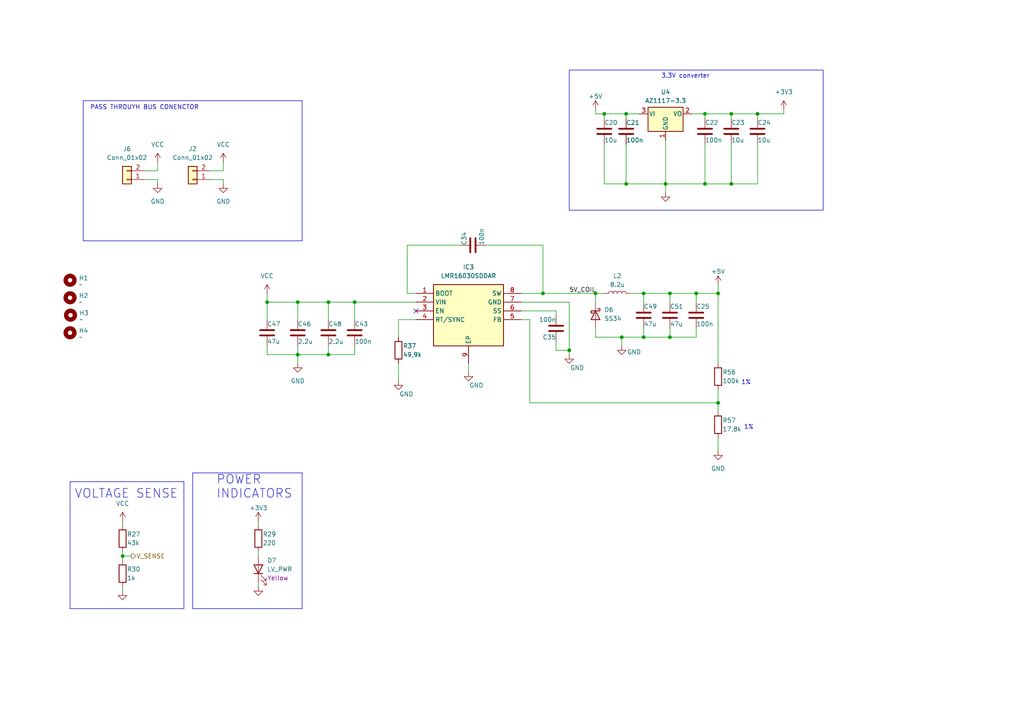
<source format=kicad_sch>
(kicad_sch (version 20231120) (generator "eeschema") (generator_version "8.0")
  (paper "A4")
  (title_block (title "POWER DC to DC"))
  (lib_symbols
    (symbol "Connector_Generic:Conn_01x02" (pin_names (offset 1.016) hide)
      (property "Reference" "J" (at 0 2.54 0))
      (property "Value" "Conn_01x02" (at 0 -5.08 0))
      (symbol "Conn_01x02_1_1"
        (rectangle (start -1.27 -2.413) (end 0 -2.667) (stroke (width 0.1524)))
        (rectangle (start -1.27 0.127) (end 0 -0.127) (stroke (width 0.1524)))
        (rectangle (start -1.27 1.27) (end 1.27 -3.81) (stroke (width 0.254)) (fill (type background)))
        (pin passive line (at -5.08 0 0) (length 3.81) (name "Pin_1") (number "1"))
        (pin passive line (at -5.08 -2.54 0) (length 3.81) (name "Pin_2") (number "2"))
      )
    )
    (symbol "Device:C" (pin_numbers hide) (pin_names (offset 0.254))
      (property "Reference" "C" (at 0.635 2.54 0))
      (property "Value" "C" (at 0.635 -2.54 0))
      (symbol "C_0_1"
        (polyline (pts (xy -2.032 -0.762) (xy 2.032 -0.762)) (stroke (width 0.508)))
        (polyline (pts (xy -2.032 0.762) (xy 2.032 0.762)) (stroke (width 0.508)))
      )
      (symbol "C_1_1"
        (pin passive line (at 0 3.81 270) (length 2.794) (name "~") (number "1"))
        (pin passive line (at 0 -3.81 90) (length 2.794) (name "~") (number "2"))
      )
    )
    (symbol "Device:L" (pin_numbers hide) (pin_names (offset 1.016) hide)
      (property "Reference" "L" (at -1.27 0 90))
      (property "Value" "L" (at 1.905 0 90))
      (symbol "L_0_1"
        (arc (start 0 -2.54) (mid 0.6323 -1.905) (end 0 -1.27))
        (arc (start 0 -1.27) (mid 0.6323 -0.635) (end 0 0))
        (arc (start 0 0) (mid 0.6323 0.635) (end 0 1.27))
        (arc (start 0 1.27) (mid 0.6323 1.905) (end 0 2.54))
      )
      (symbol "L_1_1"
        (pin passive line (at 0 3.81 270) (length 1.27) (name "1") (number "1"))
        (pin passive line (at 0 -3.81 90) (length 1.27) (name "2") (number "2"))
      )
    )
    (symbol "Device:LED" (pin_numbers hide) (pin_names (offset 1.016) hide)
      (property "Reference" "D" (at 0 2.54 0))
      (property "Value" "LED" (at 0 -2.54 0))
      (symbol "LED_0_1"
        (polyline (pts (xy -1.27 -1.27) (xy -1.27 1.27)) (stroke (width 0.254)))
        (polyline (pts (xy -1.27 0) (xy 1.27 0)))
        (polyline (pts (xy 1.27 -1.27) (xy 1.27 1.27) (xy -1.27 0) (xy 1.27 -1.27)) (stroke (width 0.254)))
        (polyline (pts (xy -3.048 -0.762) (xy -4.572 -2.286) (xy -3.81 -2.286) (xy -4.572 -2.286) (xy -4.572 -1.524)))
        (polyline (pts (xy -1.778 -0.762) (xy -3.302 -2.286) (xy -2.54 -2.286) (xy -3.302 -2.286) (xy -3.302 -1.524)))
      )
      (symbol "LED_1_1"
        (pin passive line (at -3.81 0 0) (length 2.54) (name "K") (number "1"))
        (pin passive line (at 3.81 0 180) (length 2.54) (name "A") (number "2"))
      )
    )
    (symbol "Device:R" (pin_numbers hide) (pin_names (offset 0))
      (property "Reference" "R" (at 2.032 0 90))
      (property "Value" "R" (at 0 0 90))
      (symbol "R_0_1"
        (rectangle (start -1.016 -2.54) (end 1.016 2.54) (stroke (width 0.254)))
      )
      (symbol "R_1_1"
        (pin passive line (at 0 3.81 270) (length 1.27) (name "~") (number "1"))
        (pin passive line (at 0 -3.81 90) (length 1.27) (name "~") (number "2"))
      )
    )
    (symbol "Diode:SS34" (pin_numbers hide) (pin_names (offset 1.016) hide)
      (property "Reference" "D" (at 0 2.54 0))
      (property "Value" "SS34" (at 0 -2.54 0))
      (symbol "SS34_0_1"
        (polyline (pts (xy 1.27 0) (xy -1.27 0)))
        (polyline (pts (xy 1.27 1.27) (xy 1.27 -1.27) (xy -1.27 0) (xy 1.27 1.27)) (stroke (width 0.254)))
        (polyline (pts (xy -1.905 0.635) (xy -1.905 1.27) (xy -1.27 1.27) (xy -1.27 -1.27) (xy -0.635 -1.27) (xy -0.635 -0.635)) (stroke (width 0.254)))
      )
      (symbol "SS34_1_1"
        (pin passive line (at -3.81 0 0) (length 2.54) (name "K") (number "1"))
        (pin passive line (at 3.81 0 180) (length 2.54) (name "A") (number "2"))
      )
    )
    (symbol "LMR16030SDDAR:LMR16030SDDAR"
      (property "Reference" "IC" (at 26.67 7.62 0))
      (property "Value" "LMR16030SDDAR" (at 26.67 5.08 0))
      (symbol "LMR16030SDDAR_1_1"
        (rectangle (start 5.08 2.54) (end 25.4 -15.24) (stroke (width 0.254)) (fill (type background)))
        (pin passive line (at 0 0 0) (length 5.08) (name "BOOT") (number "1"))
        (pin passive line (at 0 -2.54 0) (length 5.08) (name "VIN") (number "2"))
        (pin passive line (at 0 -5.08 0) (length 5.08) (name "EN") (number "3"))
        (pin passive line (at 0 -7.62 0) (length 5.08) (name "RT/SYNC") (number "4"))
        (pin passive line (at 30.48 -7.62 180) (length 5.08) (name "FB") (number "5"))
        (pin passive line (at 30.48 -5.08 180) (length 5.08) (name "SS") (number "6"))
        (pin passive line (at 30.48 -2.54 180) (length 5.08) (name "GND") (number "7"))
        (pin passive line (at 30.48 0 180) (length 5.08) (name "SW") (number "8"))
        (pin passive line (at 15.24 -20.32 90) (length 5.08) (name "EP") (number "9"))
      )
    )
    (symbol "Mechanical:MountingHole" (pin_names (offset 1.016)) (exclude_from_sim yes) (in_bom no)
      (property "Reference" "H" (at 0 5.08 0))
      (property "Value" "MountingHole" (at 0 3.175 0))
      (symbol "MountingHole_0_1"
        (circle (center 0 0) (radius 1.27) (stroke (width 1.27)))
      )
    )
    (symbol "Regulator_Linear:AMS1117-3.3" (pin_names (offset 0.254))
      (property "Reference" "U" (at -3.81 3.175 0))
      (property "Value" "AMS1117-3.3" (at 0 3.175 0))
      (symbol "AMS1117-3.3_0_1"
        (rectangle (start -5.08 -5.08) (end 5.08 1.905) (stroke (width 0.254)) (fill (type background)))
      )
      (symbol "AMS1117-3.3_1_1"
        (pin power_in line (at 0 -7.62 90) (length 2.54) (name "GND") (number "1"))
        (pin power_out line (at 7.62 0 180) (length 2.54) (name "VO") (number "2"))
        (pin power_in line (at -7.62 0 0) (length 2.54) (name "VI") (number "3"))
      )
    )
    (symbol "power:+3V3" (power) (pin_names (offset 0))
      (property "Value" "+3V3" (at 0 3.556 0))
      (symbol "+3V3_0_1"
        (polyline (pts (xy -0.762 1.27) (xy 0 2.54)))
        (polyline (pts (xy 0 0) (xy 0 2.54)))
        (polyline (pts (xy 0 2.54) (xy 0.762 1.27)))
      )
      (symbol "+3V3_1_1"
        (pin power_in line (at 0 0 90) (length 0) hide (name "+3V3") (number "1"))
      )
    )
    (symbol "power:+5V" (power) (pin_names (offset 0))
      (property "Value" "+5V" (at 0 3.556 0))
      (symbol "+5V_0_1"
        (polyline (pts (xy -0.762 1.27) (xy 0 2.54)))
        (polyline (pts (xy 0 0) (xy 0 2.54)))
        (polyline (pts (xy 0 2.54) (xy 0.762 1.27)))
      )
      (symbol "+5V_1_1"
        (pin power_in line (at 0 0 90) (length 0) hide (name "+5V") (number "1"))
      )
    )
    (symbol "power:GND" (power) (pin_numbers hide) (pin_names (offset 0) hide)
      (property "Value" "GND" (at 0 -3.81 0))
      (symbol "GND_0_1"
        (polyline (pts (xy 0 0) (xy 0 -1.27) (xy 1.27 -1.27) (xy 0 -2.54) (xy -1.27 -1.27) (xy 0 -1.27)))
      )
      (symbol "GND_1_1"
        (pin power_in line (at 0 0 270) (length 0) (name "~") (number "1"))
      )
    )
    (symbol "power:VCC" (power) (pin_numbers hide) (pin_names (offset 0) hide)
      (property "Value" "VCC" (at 0 3.556 0))
      (symbol "VCC_0_1"
        (polyline (pts (xy -0.762 1.27) (xy 0 2.54)))
        (polyline (pts (xy 0 0) (xy 0 2.54)))
        (polyline (pts (xy 0 2.54) (xy 0.762 1.27)))
      )
      (symbol "VCC_1_1"
        (pin power_in line (at 0 0 90) (length 0) (name "~") (number "1"))
      )
    )
  )
  (junction (at 95.25 102.87))
  (junction (at 86.36 87.63))
  (junction (at 212.09 33.02))
  (junction (at 194.31 97.79))
  (junction (at 181.61 53.34))
  (junction (at 219.71 33.02))
  (junction (at 165.1 101.6))
  (junction (at 201.93 85.09))
  (junction (at 186.69 85.09))
  (junction (at 186.69 97.79))
  (junction (at 208.28 116.84))
  (junction (at 181.61 33.02))
  (junction (at 102.87 87.63))
  (junction (at 194.31 85.09))
  (junction (at 35.56 161.29))
  (junction (at 175.26 33.02))
  (junction (at 208.28 85.09))
  (junction (at 172.72 85.09))
  (junction (at 180.34 97.79))
  (junction (at 157.48 85.09))
  (junction (at 204.47 53.34))
  (junction (at 212.09 53.34))
  (junction (at 204.47 33.02))
  (junction (at 86.36 102.87))
  (junction (at 193.04 53.34))
  (junction (at 77.47 87.63))
  (junction (at 95.25 87.63))
  (no_connect (at 120.65 90.17))
  (wire (pts (xy 172.72 33.02) (xy 175.26 33.02)))
  (wire (pts (xy 77.47 100.33) (xy 77.47 102.87)))
  (wire (pts (xy 35.56 170.18) (xy 35.56 171.45)))
  (wire (pts (xy 180.34 97.79) (xy 180.34 100.33)))
  (wire (pts (xy 86.36 100.33) (xy 86.36 102.87)))
  (polyline (pts (xy 87.63 176.53) (xy 87.63 137.16)))
  (wire (pts (xy 204.47 41.91) (xy 204.47 53.34)))
  (wire (pts (xy 135.89 105.41) (xy 135.89 107.95)))
  (wire (pts (xy 74.93 160.02) (xy 74.93 161.29)))
  (wire (pts (xy 151.13 85.09) (xy 157.48 85.09)))
  (wire (pts (xy 161.29 101.6) (xy 165.1 101.6)))
  (wire (pts (xy 77.47 102.87) (xy 86.36 102.87)))
  (wire (pts (xy 157.48 85.09) (xy 157.48 71.12)))
  (wire (pts (xy 153.67 116.84) (xy 208.28 116.84)))
  (wire (pts (xy 45.72 46.99) (xy 45.72 49.53)))
  (wire (pts (xy 35.56 151.13) (xy 35.56 152.4)))
  (wire (pts (xy 102.87 92.71) (xy 102.87 87.63)))
  (wire (pts (xy 165.1 87.63) (xy 165.1 101.6)))
  (wire (pts (xy 193.04 40.64) (xy 193.04 53.34)))
  (wire (pts (xy 201.93 95.25) (xy 201.93 97.79)))
  (wire (pts (xy 181.61 33.02) (xy 181.61 34.29)))
  (wire (pts (xy 172.72 97.79) (xy 180.34 97.79)))
  (wire (pts (xy 45.72 52.07) (xy 45.72 53.34)))
  (wire (pts (xy 194.31 87.63) (xy 194.31 85.09)))
  (wire (pts (xy 64.77 46.99) (xy 64.77 49.53)))
  (wire (pts (xy 102.87 87.63) (xy 95.25 87.63)))
  (polyline (pts (xy 53.34 176.53) (xy 53.34 139.7)))
  (wire (pts (xy 201.93 85.09) (xy 201.93 87.63)))
  (polyline (pts (xy 20.32 139.7) (xy 20.32 176.53)))
  (wire (pts (xy 45.72 49.53) (xy 41.91 49.53)))
  (wire (pts (xy 95.25 102.87) (xy 102.87 102.87)))
  (wire (pts (xy 161.29 99.06) (xy 161.29 101.6)))
  (wire (pts (xy 35.56 161.29) (xy 38.1 161.29)))
  (wire (pts (xy 172.72 31.75) (xy 172.72 33.02)))
  (wire (pts (xy 208.28 105.41) (xy 208.28 85.09)))
  (wire (pts (xy 201.93 85.09) (xy 208.28 85.09)))
  (wire (pts (xy 175.26 41.91) (xy 175.26 53.34)))
  (wire (pts (xy 208.28 82.55) (xy 208.28 85.09)))
  (wire (pts (xy 193.04 55.88) (xy 193.04 53.34)))
  (wire (pts (xy 151.13 90.17) (xy 161.29 90.17)))
  (polyline (pts (xy 20.32 176.53) (xy 53.34 176.53)))
  (wire (pts (xy 219.71 33.02) (xy 227.33 33.02)))
  (wire (pts (xy 180.34 97.79) (xy 186.69 97.79)))
  (wire (pts (xy 115.57 92.71) (xy 120.65 92.71)))
  (wire (pts (xy 204.47 53.34) (xy 212.09 53.34)))
  (wire (pts (xy 193.04 53.34) (xy 204.47 53.34)))
  (wire (pts (xy 161.29 91.44) (xy 161.29 90.17)))
  (wire (pts (xy 219.71 34.29) (xy 219.71 33.02)))
  (wire (pts (xy 227.33 33.02) (xy 227.33 31.75)))
  (wire (pts (xy 208.28 116.84) (xy 208.28 119.38)))
  (wire (pts (xy 212.09 33.02) (xy 212.09 34.29)))
  (wire (pts (xy 204.47 33.02) (xy 204.47 34.29)))
  (wire (pts (xy 186.69 87.63) (xy 186.69 85.09)))
  (wire (pts (xy 153.67 116.84) (xy 153.67 92.71)))
  (wire (pts (xy 118.11 85.09) (xy 118.11 71.12)))
  (wire (pts (xy 194.31 85.09) (xy 201.93 85.09)))
  (wire (pts (xy 194.31 97.79) (xy 201.93 97.79)))
  (wire (pts (xy 35.56 160.02) (xy 35.56 161.29)))
  (wire (pts (xy 208.28 127) (xy 208.28 130.81)))
  (wire (pts (xy 86.36 102.87) (xy 95.25 102.87)))
  (wire (pts (xy 172.72 85.09) (xy 172.72 87.63)))
  (wire (pts (xy 41.91 52.07) (xy 45.72 52.07)))
  (wire (pts (xy 208.28 113.03) (xy 208.28 116.84)))
  (wire (pts (xy 77.47 85.09) (xy 77.47 87.63)))
  (wire (pts (xy 120.65 85.09) (xy 118.11 85.09)))
  (wire (pts (xy 140.97 71.12) (xy 157.48 71.12)))
  (wire (pts (xy 186.69 85.09) (xy 194.31 85.09)))
  (wire (pts (xy 219.71 41.91) (xy 219.71 53.34)))
  (wire (pts (xy 172.72 85.09) (xy 175.26 85.09)))
  (wire (pts (xy 86.36 87.63) (xy 95.25 87.63)))
  (wire (pts (xy 200.66 33.02) (xy 204.47 33.02)))
  (wire (pts (xy 60.96 52.07) (xy 64.77 52.07)))
  (wire (pts (xy 194.31 95.25) (xy 194.31 97.79)))
  (wire (pts (xy 186.69 95.25) (xy 186.69 97.79)))
  (wire (pts (xy 86.36 87.63) (xy 86.36 92.71)))
  (polyline (pts (xy 20.32 139.7) (xy 53.34 139.7)))
  (wire (pts (xy 115.57 97.79) (xy 115.57 92.71)))
  (wire (pts (xy 175.26 33.02) (xy 181.61 33.02)))
  (wire (pts (xy 186.69 97.79) (xy 194.31 97.79)))
  (wire (pts (xy 181.61 41.91) (xy 181.61 53.34)))
  (wire (pts (xy 153.67 92.71) (xy 151.13 92.71)))
  (wire (pts (xy 181.61 33.02) (xy 185.42 33.02)))
  (wire (pts (xy 102.87 87.63) (xy 120.65 87.63)))
  (wire (pts (xy 35.56 161.29) (xy 35.56 162.56)))
  (wire (pts (xy 86.36 102.87) (xy 86.36 105.41)))
  (polyline (pts (xy 55.88 137.16) (xy 87.63 137.16)))
  (wire (pts (xy 212.09 53.34) (xy 219.71 53.34)))
  (wire (pts (xy 165.1 101.6) (xy 165.1 102.87)))
  (wire (pts (xy 172.72 97.79) (xy 172.72 95.25)))
  (wire (pts (xy 95.25 100.33) (xy 95.25 102.87)))
  (wire (pts (xy 74.93 168.91) (xy 74.93 170.18)))
  (wire (pts (xy 204.47 33.02) (xy 212.09 33.02)))
  (wire (pts (xy 115.57 105.41) (xy 115.57 110.49)))
  (wire (pts (xy 74.93 151.13) (xy 74.93 152.4)))
  (wire (pts (xy 77.47 87.63) (xy 86.36 87.63)))
  (wire (pts (xy 212.09 33.02) (xy 219.71 33.02)))
  (wire (pts (xy 118.11 71.12) (xy 133.35 71.12)))
  (wire (pts (xy 212.09 41.91) (xy 212.09 53.34)))
  (polyline (pts (xy 55.88 137.16) (xy 55.88 176.53)))
  (wire (pts (xy 64.77 49.53) (xy 60.96 49.53)))
  (wire (pts (xy 102.87 100.33) (xy 102.87 102.87)))
  (wire (pts (xy 181.61 53.34) (xy 193.04 53.34)))
  (wire (pts (xy 181.61 53.34) (xy 175.26 53.34)))
  (wire (pts (xy 157.48 85.09) (xy 172.72 85.09)))
  (wire (pts (xy 165.1 87.63) (xy 151.13 87.63)))
  (wire (pts (xy 64.77 52.07) (xy 64.77 53.34)))
  (wire (pts (xy 182.88 85.09) (xy 186.69 85.09)))
  (polyline (pts (xy 55.88 176.53) (xy 87.63 176.53)))
  (wire (pts (xy 95.25 87.63) (xy 95.25 92.71)))
  (wire (pts (xy 77.47 87.63) (xy 77.47 92.71)))
  (wire (pts (xy 175.26 33.02) (xy 175.26 34.29)))
  (rectangle (start 24.13 29.21) (end 87.63 69.85))
  (rectangle (start 165.1 20.32) (end 238.76 60.96))
  (text "1%" (at 216.408 110.998 0) (effects (font (size 1.27 1.27))))
  (text "VOLTAGE SENSE" (at 21.59 144.78 0) (effects (font (size 2.54 2.54)) (justify left bottom)))
  (text "PASS THROUYH BUS CONENCTOR" (at 41.91 31.242 0) (effects (font (size 1.27 1.27))))
  (text "1%" (at 217.17 123.952 0) (effects (font (size 1.27 1.27))))
  (text "POWER\nINDICATORS" (at 62.738 144.78 0) (effects (font (size 2.54 2.54)) (justify left bottom)))
  (text "3.3V converter" (at 191.77 22.86 0) (effects (font (size 1.27 1.27)) (justify left bottom)))
  (label "5V_COIL" (at 165.1 85.09 0))
  (hierarchical_label "V_SENSE" (shape output) (at 38.1 161.29 0))
  (symbol (lib_id "Device:R") (at 208.28 123.19 0) (unit 1)
    (property "Reference" "R57" (at 209.55 121.92 0) (effects (justify left)))
    (property "Value" "17,8k" (at 209.55 124.46 0) (effects (justify left)))
    (property "Footprint" "Resistor_SMD:R_0402_1005Metric" (effects (hide yes)))
  )
  (symbol (lib_id "power:VCC") (at 45.72 46.99 0) (unit 1)
    (property "Reference" "#PWR043" (effects (hide yes)))
    (property "Value" "VCC" (at 45.72 41.91 0))
    (property "Description" "Power symbol creates a global label with name \"VCC\"" (effects (hide yes)))
  )
  (symbol (lib_id "Device:R") (at 74.93 156.21 0) (unit 1)
    (property "Reference" "R29" (at 76.2 154.94 0) (effects (justify left)))
    (property "Value" "220" (at 76.2 157.48 0) (effects (justify left)))
    (property "Footprint" "Resistor_SMD:R_0402_1005Metric" (effects (hide yes)))
  )
  (symbol (lib_id "Device:C") (at 181.61 38.1 0) (unit 1)
    (property "Reference" "C21" (at 181.61 35.56 0) (effects (justify left)))
    (property "Value" "100n" (at 181.61 40.64 0) (effects (justify left)))
    (property "Footprint" "Capacitor_SMD:C_0402_1005Metric" (effects (hide yes)))
  )
  (symbol (lib_id "Device:C") (at 219.71 38.1 0) (unit 1)
    (property "Reference" "C24" (at 219.71 35.56 0) (effects (justify left)))
    (property "Value" "10u" (at 219.71 40.64 0) (effects (justify left)))
    (property "Footprint" "Capacitor_SMD:C_0805_2012Metric" (effects (hide yes)))
  )
  (symbol (lib_id "Device:R") (at 208.28 109.22 0) (unit 1)
    (property "Reference" "R56" (at 209.55 107.95 0) (effects (justify left)))
    (property "Value" "100k" (at 209.55 110.49 0) (effects (justify left)))
    (property "Footprint" "Resistor_SMD:R_0402_1005Metric" (effects (hide yes)))
  )
  (symbol (lib_id "power:VCC") (at 64.77 46.99 0) (unit 1)
    (property "Reference" "#PWR044" (effects (hide yes)))
    (property "Value" "VCC" (at 64.77 41.91 0))
    (property "Description" "Power symbol creates a global label with name \"VCC\"" (effects (hide yes)))
  )
  (symbol (lib_id "Mechanical:MountingHole") (at 20.4557 91.4096 0) (unit 1) (exclude_from_sim yes) (in_bom no)
    (property "Reference" "H3" (at 22.9957 90.7745 0) (effects (justify left)))
    (property "Value" "~" (at 22.9957 92.6796 0) (effects (justify left)))
    (property "Footprint" "MountingHole:MountingHole_3.2mm_M3" (effects (hide yes)))
    (property "Description" "Mounting Hole without connection" (effects (hide yes)))
  )
  (symbol (lib_id "power:+3V3") (at 227.33 31.75 0) (unit 1)
    (property "Reference" "#PWR048" (effects (hide yes)))
    (property "Value" "+3V3" (at 227.33 26.67 0))
  )
  (symbol (lib_id "Mechanical:MountingHole") (at 20.32 86.36 0) (unit 1) (exclude_from_sim yes) (in_bom no)
    (property "Reference" "H2" (at 22.86 85.7249 0) (effects (justify left)))
    (property "Value" "~" (at 22.86 87.63 0) (effects (justify left)))
    (property "Footprint" "MountingHole:MountingHole_3.2mm_M3" (effects (hide yes)))
    (property "Description" "Mounting Hole without connection" (effects (hide yes)))
  )
  (symbol (lib_id "Mechanical:MountingHole") (at 20.32 81.28 0) (unit 1) (exclude_from_sim yes) (in_bom no)
    (property "Reference" "H1" (at 22.86 80.6449 0) (effects (justify left)))
    (property "Value" "~" (at 22.86 82.55 0) (effects (justify left)))
    (property "Footprint" "MountingHole:MountingHole_3.2mm_M3" (effects (hide yes)))
    (property "Description" "Mounting Hole without connection" (effects (hide yes)))
  )
  (symbol (lib_id "power:GND") (at 135.89 107.95 0) (unit 1)
    (property "Reference" "#PWR098" (effects (hide yes)))
    (property "Value" "GND" (at 138.176 111.76 0))
    (property "Description" "Power symbol creates a global label with name \"GND\" , ground" (effects (hide yes)))
  )
  (symbol (lib_id "Connector_Generic:Conn_01x02") (at 36.83 52.07 180) (unit 1)
    (property "Reference" "J6" (at 36.83 43.18 0))
    (property "Value" "Conn_01x02" (at 36.83 45.72 0))
    (property "Footprint" "Connector_AMASS:AMASS_XT60PW-M_1x02_P7.20mm_Horizontal" (effects (hide yes)))
    (property "Description" "Generic connector, single row, 01x02, script generated (kicad-library-utils/schlib/autogen/connector/)" (effects (hide yes)))
  )
  (symbol (lib_id "power:GND") (at 193.04 55.88 0) (unit 1)
    (property "Reference" "#PWR053" (effects (hide yes)))
    (property "Value" "GND" (effects (hide yes)))
  )
  (symbol (lib_id "Device:C") (at 95.25 96.52 0) (unit 1)
    (property "Reference" "C48" (at 95.25 93.98 0) (effects (justify left)))
    (property "Value" "2.2u" (at 95.25 99.06 0) (effects (justify left)))
    (property "Footprint" "Capacitor_SMD:C_1206_3216Metric" (effects (hide yes)))
  )
  (symbol (lib_id "Device:R") (at 35.56 166.37 0) (unit 1)
    (property "Reference" "R30" (at 36.83 165.1 0) (effects (justify left)))
    (property "Value" "1k" (at 36.83 167.64 0) (effects (justify left)))
    (property "Footprint" "Resistor_SMD:R_0402_1005Metric" (effects (hide yes)))
  )
  (symbol (lib_id "Device:C") (at 102.87 96.52 0) (unit 1)
    (property "Reference" "C43" (at 102.87 93.98 0) (effects (justify left)))
    (property "Value" "100n" (at 102.87 99.06 0) (effects (justify left)))
    (property "Footprint" "Capacitor_SMD:C_0402_1005Metric" (effects (hide yes)))
  )
  (symbol (lib_id "power:+5V") (at 172.72 31.75 0) (unit 1)
    (property "Reference" "#PWR047" (effects (hide yes)))
    (property "Value" "+5V" (at 172.72 27.94 0))
  )
  (symbol (lib_id "Device:R") (at 35.56 156.21 0) (unit 1)
    (property "Reference" "R27" (at 36.83 154.94 0) (effects (justify left)))
    (property "Value" "43k" (at 36.83 157.48 0) (effects (justify left)))
    (property "Footprint" "Resistor_SMD:R_0402_1005Metric" (effects (hide yes)))
  )
  (symbol (lib_id "power:GND") (at 86.36 105.41 0) (unit 1)
    (property "Reference" "#PWR099" (effects (hide yes)))
    (property "Value" "GND" (at 86.36 110.49 0))
    (property "Description" "Power symbol creates a global label with name \"GND\" , ground" (effects (hide yes)))
  )
  (symbol (lib_id "power:GND") (at 74.93 170.18 0) (unit 1)
    (property "Reference" "#PWR065" (effects (hide yes)))
    (property "Value" "GND" (effects (hide yes)))
  )
  (symbol (lib_id "Device:C") (at 204.47 38.1 0) (unit 1)
    (property "Reference" "C22" (at 204.47 35.56 0) (effects (justify left)))
    (property "Value" "100n" (at 204.47 40.64 0) (effects (justify left)))
    (property "Footprint" "Capacitor_SMD:C_0603_1608Metric" (effects (hide yes)))
  )
  (symbol (lib_id "power:VCC") (at 77.47 85.09 0) (unit 1)
    (property "Reference" "#PWR0102" (effects (hide yes)))
    (property "Value" "VCC" (at 77.47 80.01 0))
    (property "Description" "Power symbol creates a global label with name \"VCC\"" (effects (hide yes)))
  )
  (symbol (lib_id "power:GND") (at 165.1 102.87 0) (unit 1)
    (property "Reference" "#PWR069" (effects (hide yes)))
    (property "Value" "GND" (at 167.386 106.68 0))
    (property "Description" "Power symbol creates a global label with name \"GND\" , ground" (effects (hide yes)))
  )
  (symbol (lib_id "Device:C") (at 194.31 91.44 0) (unit 1)
    (property "Reference" "C51" (at 194.31 88.9 0) (effects (justify left)))
    (property "Value" "47u" (at 194.31 93.98 0) (effects (justify left)))
    (property "Footprint" "Capacitor_SMD:C_1206_3216Metric" (effects (hide yes)))
  )
  (symbol (lib_id "Device:C") (at 212.09 38.1 0) (unit 1)
    (property "Reference" "C23" (at 212.09 35.56 0) (effects (justify left)))
    (property "Value" "10u" (at 212.09 40.64 0) (effects (justify left)))
    (property "Footprint" "Capacitor_SMD:C_0805_2012Metric" (effects (hide yes)))
  )
  (symbol (lib_id "Device:LED") (at 74.93 165.1 90) (unit 1)
    (property "Reference" "D7" (at 77.47 162.56 90) (effects (justify right)))
    (property "Value" "LV_PWR" (at 77.47 165.1 90) (effects (justify right)))
    (property "Footprint" "Diode_SMD:D_0603_1608Metric" (effects (hide yes)))
    (property "Color" "Yellow" (at 77.47 167.64 90) (effects (justify right)))
  )
  (symbol (lib_id "Device:C") (at 86.36 96.52 0) (unit 1)
    (property "Reference" "C46" (at 86.36 93.98 0) (effects (justify left)))
    (property "Value" "2.2u" (at 86.36 99.06 0) (effects (justify left)))
    (property "Footprint" "Capacitor_SMD:C_1206_3216Metric" (effects (hide yes)))
  )
  (symbol (lib_id "power:GND") (at 64.77 53.34 0) (unit 1)
    (property "Reference" "#PWR087" (effects (hide yes)))
    (property "Value" "GND" (at 64.77 58.42 0))
    (property "Description" "Power symbol creates a global label with name \"GND\" , ground" (effects (hide yes)))
  )
  (symbol (lib_id "Regulator_Linear:AMS1117-3.3") (at 193.04 33.02 0) (unit 1)
    (property "Reference" "U4" (at 193.04 26.67 0))
    (property "Value" "AZ1117-3.3" (at 193.04 29.21 0))
    (property "Footprint" "Package_TO_SOT_SMD:SOT-223-3_TabPin2" (effects (hide yes)))
    (property "Datasheet" "http://www.advanced-monolithic.com/pdf/ds1117.pdf" (effects (hide yes)))
  )
  (symbol (lib_id "power:VCC") (at 35.56 151.13 0) (unit 1)
    (property "Reference" "#PWR060" (effects (hide yes)))
    (property "Value" "VCC" (at 35.56 146.05 0))
  )
  (symbol (lib_id "Device:L") (at 179.07 85.09 90) (unit 1)
    (property "Reference" "L2" (at 179.07 80.01 90))
    (property "Value" "8.2u" (at 179.07 82.55 90))
    (property "Footprint" "Inductor_SMD:L_Cenker_CKCS6045" (effects (hide yes)))
    (property "Description" "Inductor" (effects (hide yes)))
  )
  (symbol (lib_id "power:GND") (at 115.57 110.49 0) (unit 1)
    (property "Reference" "#PWR070" (effects (hide yes)))
    (property "Value" "GND" (at 117.856 114.3 0))
    (property "Description" "Power symbol creates a global label with name \"GND\" , ground" (effects (hide yes)))
  )
  (symbol (lib_id "power:GND") (at 180.34 100.33 0) (unit 1)
    (property "Reference" "#PWR0107" (effects (hide yes)))
    (property "Value" "GND" (at 183.896 102.108 0))
    (property "Description" "Power symbol creates a global label with name \"GND\" , ground" (effects (hide yes)))
  )
  (symbol (lib_id "Device:C") (at 161.29 95.25 180) (unit 1)
    (property "Reference" "C35" (at 161.29 97.79 0) (effects (justify left)))
    (property "Value" "100n" (at 161.29 92.71 0) (effects (justify left)))
    (property "Footprint" "Capacitor_SMD:C_0402_1005Metric" (effects (hide yes)))
  )
  (symbol (lib_id "power:GND") (at 208.28 130.81 0) (unit 1)
    (property "Reference" "#PWR0108" (effects (hide yes)))
    (property "Value" "GND" (at 208.28 135.89 0))
    (property "Description" "Power symbol creates a global label with name \"GND\" , ground" (effects (hide yes)))
  )
  (symbol (lib_id "Device:C") (at 201.93 91.44 0) (unit 1)
    (property "Reference" "C25" (at 201.93 88.9 0) (effects (justify left)))
    (property "Value" "100n" (at 201.93 93.98 0) (effects (justify left)))
    (property "Footprint" "Capacitor_SMD:C_0402_1005Metric" (effects (hide yes)))
  )
  (symbol (lib_id "LMR16030SDDAR:LMR16030SDDAR") (at 120.65 85.09 0) (unit 1)
    (property "Reference" "IC3" (at 135.89 77.47 0))
    (property "Value" "LMR16030SDDAR" (at 135.89 80.01 0))
    (property "Footprint" "parts:SOIC127P600X170-9N" (effects (hide yes)))
    (property "Datasheet" "http://www.ti.com/lit/gpn/lmr16030" (effects (hide yes)))
    (property "Description" "SIMPLE SWITCHER 60V, 3A Step-Down Converter with 40uA Iq" (effects (hide yes)))
    (property "Height" "1.7" (effects (hide yes)))
    (property "Manufacturer_Name" "Texas Instruments" (effects (hide yes)))
    (property "Manufacturer_Part_Number" "LMR16030SDDAR" (effects (hide yes)))
    (property "Mouser Part Number" "595-LMR16030SDDAR" (effects (hide yes)))
    (property "Mouser Price/Stock" "https://www.mouser.co.uk/ProductDetail/Texas-Instruments/LMR16030SDDAR?qs=n%252BTO0c4TDSa4K%2F5N8LGrrw%3D%3D" (effects (hide yes)))
    (property "Arrow Part Number" "LMR16030SDDAR" (effects (hide yes)))
    (property "Arrow Price/Stock" "https://www.arrow.com/en/products/lmr16030sddar/texas-instruments?region=nac" (effects (hide yes)))
  )
  (symbol (lib_id "Device:C") (at 186.69 91.44 0) (unit 1)
    (property "Reference" "C49" (at 186.69 88.9 0) (effects (justify left)))
    (property "Value" "47u" (at 186.69 93.98 0) (effects (justify left)))
    (property "Footprint" "Capacitor_SMD:C_1206_3216Metric" (effects (hide yes)))
  )
  (symbol (lib_id "Diode:SS34") (at 172.72 91.44 270) (unit 1)
    (property "Reference" "D6" (at 175.26 89.8524 90) (effects (justify left)))
    (property "Value" "SS34" (at 175.26 92.3924 90) (effects (justify left)))
    (property "Footprint" "Diode_SMD:D_SMA" (effects (hide yes)))
    (property "Datasheet" "https://www.vishay.com/docs/88751/ss32.pdf" (effects (hide yes)))
    (property "Description" "40V 3A Schottky Diode, SMA" (effects (hide yes)))
  )
  (symbol (lib_id "power:+3V3") (at 74.93 151.13 0) (unit 1)
    (property "Reference" "#PWR062" (effects (hide yes)))
    (property "Value" "+3V3" (at 74.93 147.32 0))
  )
  (symbol (lib_id "Connector_Generic:Conn_01x02") (at 55.88 52.07 180) (unit 1)
    (property "Reference" "J2" (at 55.88 43.18 0))
    (property "Value" "Conn_01x02" (at 55.88 45.72 0))
    (property "Footprint" "Connector_AMASS:AMASS_XT60PW-M_1x02_P7.20mm_Horizontal" (effects (hide yes)))
    (property "Description" "Generic connector, single row, 01x02, script generated (kicad-library-utils/schlib/autogen/connector/)" (effects (hide yes)))
  )
  (symbol (lib_id "Mechanical:MountingHole") (at 20.32 96.52 0) (unit 1) (exclude_from_sim yes) (in_bom no)
    (property "Reference" "H4" (at 22.86 95.8849 0) (effects (justify left)))
    (property "Value" "~" (at 22.86 97.79 0) (effects (justify left)))
    (property "Footprint" "MountingHole:MountingHole_3.2mm_M3" (effects (hide yes)))
    (property "Description" "Mounting Hole without connection" (effects (hide yes)))
  )
  (symbol (lib_id "Device:R") (at 115.57 101.6 0) (unit 1)
    (property "Reference" "R37" (at 116.84 100.33 0) (effects (justify left)))
    (property "Value" "49,9k" (at 116.84 102.87 0) (effects (justify left)))
    (property "Footprint" "Resistor_SMD:R_0402_1005Metric" (effects (hide yes)))
  )
  (symbol (lib_id "Device:C") (at 175.26 38.1 0) (unit 1)
    (property "Reference" "C20" (at 175.26 35.56 0) (effects (justify left)))
    (property "Value" "10u" (at 175.26 40.64 0) (effects (justify left)))
    (property "Footprint" "Capacitor_SMD:C_0805_2012Metric" (effects (hide yes)))
  )
  (symbol (lib_id "power:GND") (at 35.56 171.45 0) (unit 1)
    (property "Reference" "#PWR063" (effects (hide yes)))
    (property "Value" "GND" (effects (hide yes)))
  )
  (symbol (lib_id "Device:C") (at 77.47 96.52 0) (unit 1)
    (property "Reference" "C47" (at 77.47 93.98 0) (effects (justify left)))
    (property "Value" "47u" (at 77.47 99.06 0) (effects (justify left)))
    (property "Footprint" "Capacitor_SMD:C_Elec_10x10.2" (effects (hide yes)))
  )
  (symbol (lib_id "power:+5V") (at 208.28 82.55 0) (unit 1)
    (property "Reference" "#PWR0111" (effects (hide yes)))
    (property "Value" "+5V" (at 208.28 78.74 0))
  )
  (symbol (lib_id "power:GND") (at 45.72 53.34 0) (unit 1)
    (property "Reference" "#PWR051" (effects (hide yes)))
    (property "Value" "GND" (at 45.72 58.42 0))
    (property "Description" "Power symbol creates a global label with name \"GND\" , ground" (effects (hide yes)))
  )
  (symbol (lib_id "Device:C") (at 137.16 71.12 90) (unit 1)
    (property "Reference" "C34" (at 134.62 71.12 0) (effects (justify left)))
    (property "Value" "100n" (at 139.7 71.12 0) (effects (justify left)))
    (property "Footprint" "Capacitor_SMD:C_0402_1005Metric" (effects (hide yes)))
  )
)
</source>
